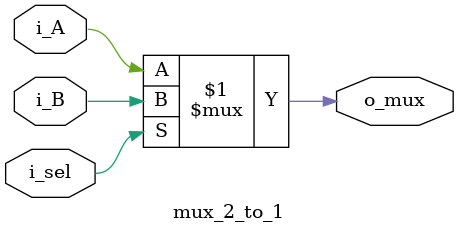
<source format=v>
`timescale 1ns / 1ps
`default_nettype none


module mux_2_to_1 #(parameter MUX_DATA_WIDTH = 1)(
    input wire [MUX_DATA_WIDTH-1:0] i_A,
    input wire [MUX_DATA_WIDTH-1:0] i_B,
    input wire [MUX_DATA_WIDTH-1:0] i_sel,
    output wire [MUX_DATA_WIDTH-1:0] o_mux
    );
    
    assign o_mux = (i_sel) ? i_B : i_A;
    
endmodule

</source>
